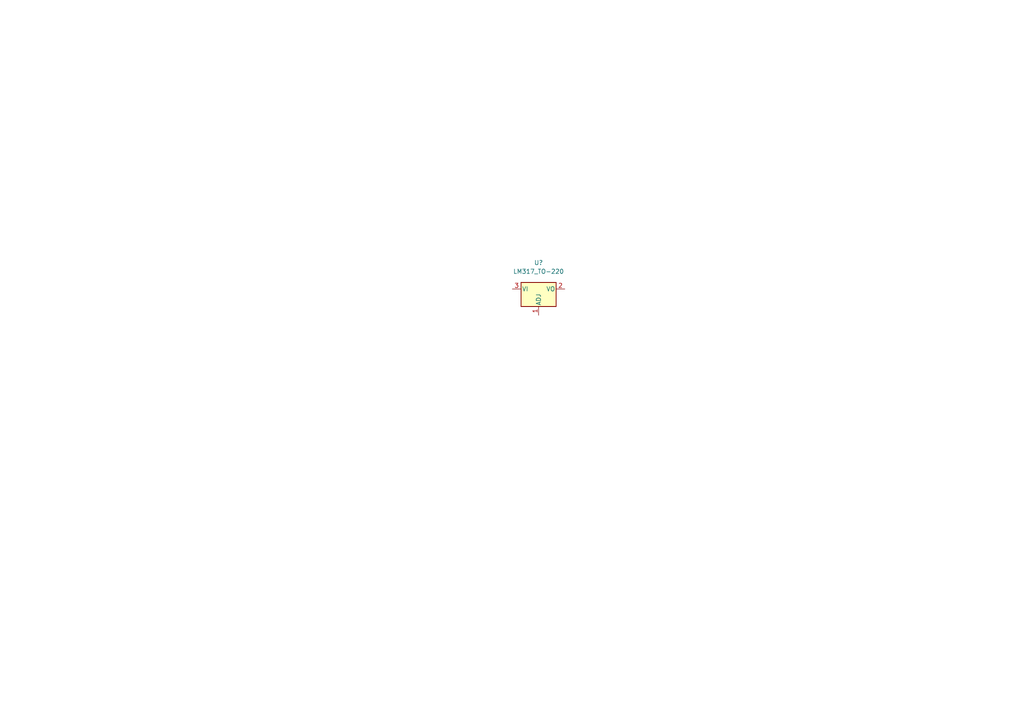
<source format=kicad_sch>
(kicad_sch (version 20211123) (generator eeschema)
  (paper "A4")
  (title_block (title "Medidor de conductividad") (date "2022-05-03") (rev "V0.1") (comment 1 "Autor: Santiago Dal Degan"))
  (lib_symbols
    (symbol "Regulator_Linear:LM317_TO-220" (pin_names (offset 0.254))
      (property "Reference" "U" (at -3.81 3.175 0))
      (property "Value" "LM317_TO-220" (at 0 3.175 0))
      (symbol "LM317_TO-220_0_1"
        (rectangle (start -5.08 1.905) (end 5.08 -5.08) (stroke (width 0.254)) (fill (type background)))
      )
      (symbol "LM317_TO-220_1_1"
        (pin input line (at 0 -7.62 90) (length 2.54) (name "ADJ") (number "1"))
        (pin power_out line (at 7.62 0 180) (length 2.54) (name "VO") (number "2"))
        (pin power_in line (at -7.62 0 0) (length 2.54) (name "VI") (number "3"))
      )
    )
  )
  (symbol (lib_id "Regulator_Linear:LM317_TO-220") (at 156.21 83.82 0) (unit 1)
    (property "Reference" "U?" (at 156.21 76.2 0))
    (property "Value" "LM317_TO-220" (at 156.21 78.74 0))
    (property "Footprint" "Package_TO_SOT_THT:TO-220-3_Vertical" (effects hide))
    (property "Datasheet" "http://www.ti.com/lit/ds/symlink/lm317.pdf" (effects hide))
  )
)
</source>
